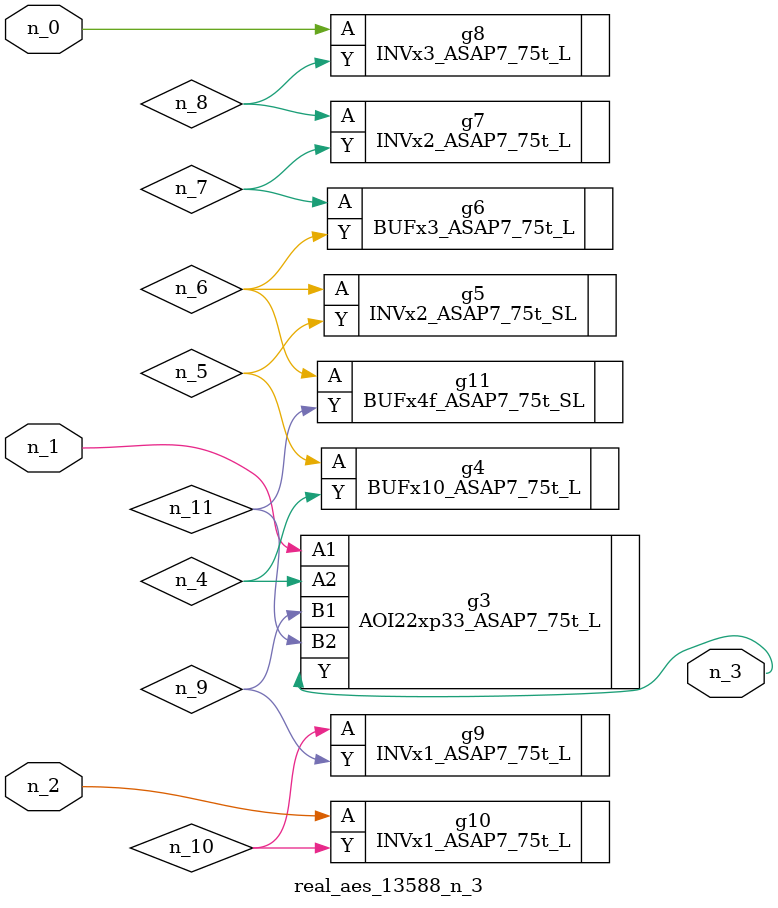
<source format=v>
module real_aes_13588_n_3 (n_0, n_2, n_1, n_3);
input n_0;
input n_2;
input n_1;
output n_3;
wire n_4;
wire n_5;
wire n_7;
wire n_9;
wire n_6;
wire n_8;
wire n_10;
wire n_11;
INVx3_ASAP7_75t_L g8 ( .A(n_0), .Y(n_8) );
AOI22xp33_ASAP7_75t_L g3 ( .A1(n_1), .A2(n_4), .B1(n_9), .B2(n_11), .Y(n_3) );
INVx1_ASAP7_75t_L g10 ( .A(n_2), .Y(n_10) );
BUFx10_ASAP7_75t_L g4 ( .A(n_5), .Y(n_4) );
INVx2_ASAP7_75t_SL g5 ( .A(n_6), .Y(n_5) );
BUFx4f_ASAP7_75t_SL g11 ( .A(n_6), .Y(n_11) );
BUFx3_ASAP7_75t_L g6 ( .A(n_7), .Y(n_6) );
INVx2_ASAP7_75t_L g7 ( .A(n_8), .Y(n_7) );
INVx1_ASAP7_75t_L g9 ( .A(n_10), .Y(n_9) );
endmodule
</source>
